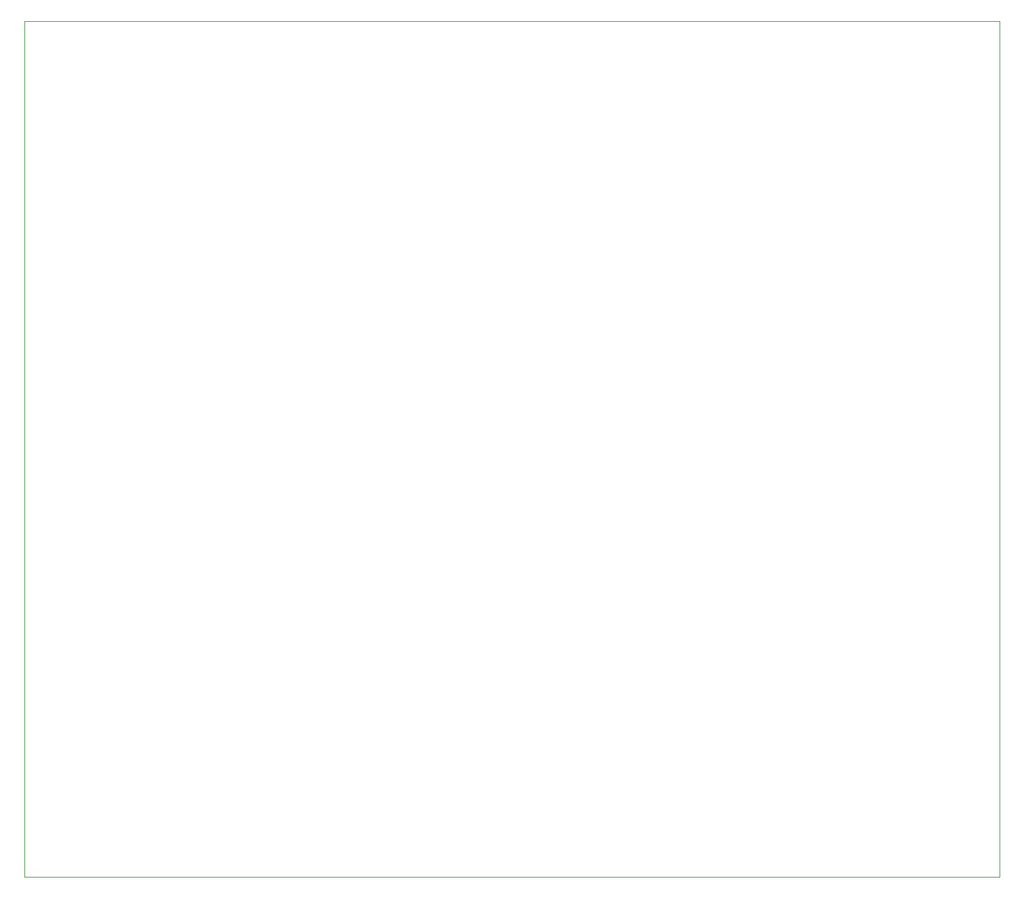
<source format=gm1>
G04*
G04 #@! TF.GenerationSoftware,Altium Limited,Altium Designer,22.2.1 (43)*
G04*
G04 Layer_Color=16711935*
%FSLAX25Y25*%
%MOIN*%
G70*
G04*
G04 #@! TF.SameCoordinates,5D24457F-3748-4EF7-84A7-D0A6444830B3*
G04*
G04*
G04 #@! TF.FilePolarity,Positive*
G04*
G01*
G75*
%ADD98C,0.00004*%
D98*
X3Y40940D02*
X492129Y40940D01*
X492129Y472830D02*
X492129Y40940D01*
X3Y472830D02*
X492129Y472830D01*
X3Y40940D02*
Y472830D01*
M02*

</source>
